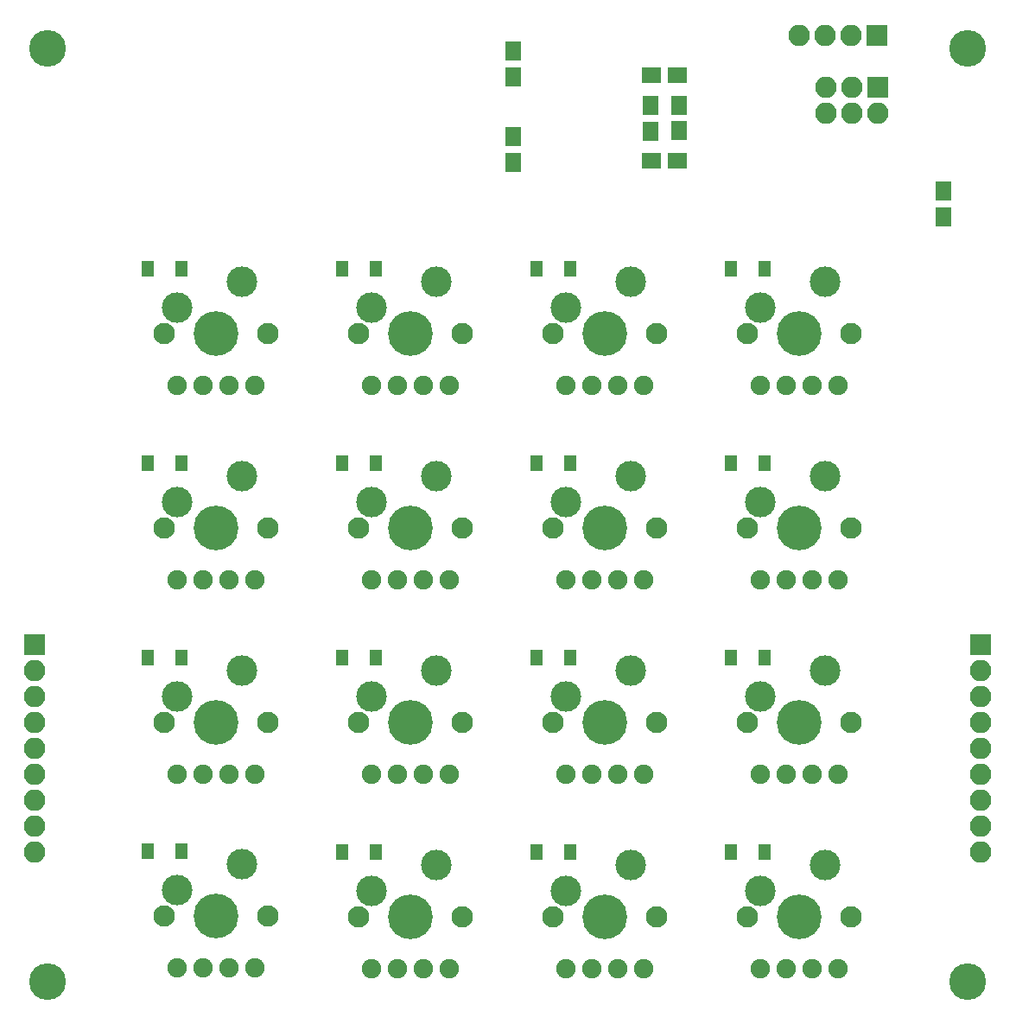
<source format=gbr>
G04 #@! TF.FileFunction,Soldermask,Bot*
%FSLAX46Y46*%
G04 Gerber Fmt 4.6, Leading zero omitted, Abs format (unit mm)*
G04 Created by KiCad (PCBNEW 4.0.6) date 2018 January 05, Friday 09:14:58*
%MOMM*%
%LPD*%
G01*
G04 APERTURE LIST*
%ADD10C,0.100000*%
%ADD11C,4.380180*%
%ADD12C,3.000000*%
%ADD13C,2.099260*%
%ADD14C,1.900000*%
%ADD15R,1.300000X1.600000*%
%ADD16C,3.600000*%
%ADD17R,1.650000X1.900000*%
%ADD18R,2.100000X2.100000*%
%ADD19O,2.100000X2.100000*%
%ADD20R,1.900000X1.650000*%
G04 APERTURE END LIST*
D10*
D11*
X91440000Y-90170000D03*
D12*
X93980000Y-85090000D03*
X87630000Y-87630000D03*
D13*
X86360000Y-90170000D03*
X96520000Y-90170000D03*
D11*
X129540000Y-109220000D03*
D12*
X132080000Y-104140000D03*
X125730000Y-106680000D03*
D13*
X124460000Y-109220000D03*
X134620000Y-109220000D03*
D11*
X129540000Y-71120000D03*
D12*
X132080000Y-66040000D03*
X125730000Y-68580000D03*
D13*
X124460000Y-71120000D03*
X134620000Y-71120000D03*
D14*
X95237300Y-133324600D03*
X87617300Y-133324600D03*
X92697300Y-133324600D03*
X90157300Y-133324600D03*
D15*
X87997300Y-121894600D03*
X84697300Y-121894600D03*
D11*
X91427300Y-128244600D03*
D12*
X93967300Y-123164600D03*
X87617300Y-125704600D03*
D13*
X86347300Y-128244600D03*
X96507300Y-128244600D03*
D16*
X74930000Y-43180000D03*
X74930000Y-134620000D03*
X165100000Y-134620000D03*
D14*
X95250000Y-114300000D03*
X87630000Y-114300000D03*
X92710000Y-114300000D03*
X90170000Y-114300000D03*
X95250000Y-95250000D03*
X87630000Y-95250000D03*
X92710000Y-95250000D03*
X90170000Y-95250000D03*
X95250000Y-76200000D03*
X87630000Y-76200000D03*
X92710000Y-76200000D03*
X90170000Y-76200000D03*
X114300000Y-133350000D03*
X106680000Y-133350000D03*
X111760000Y-133350000D03*
X109220000Y-133350000D03*
X114300000Y-114300000D03*
X106680000Y-114300000D03*
X111760000Y-114300000D03*
X109220000Y-114300000D03*
X114300000Y-95250000D03*
X106680000Y-95250000D03*
X111760000Y-95250000D03*
X109220000Y-95250000D03*
X114300000Y-76200000D03*
X106680000Y-76200000D03*
X111760000Y-76200000D03*
X109220000Y-76200000D03*
X133350000Y-133350000D03*
X125730000Y-133350000D03*
X130810000Y-133350000D03*
X128270000Y-133350000D03*
X133350000Y-114300000D03*
X125730000Y-114300000D03*
X130810000Y-114300000D03*
X128270000Y-114300000D03*
X133350000Y-95250000D03*
X125730000Y-95250000D03*
X130810000Y-95250000D03*
X128270000Y-95250000D03*
X133350000Y-76200000D03*
X125730000Y-76200000D03*
X130810000Y-76200000D03*
X128270000Y-76200000D03*
X152400000Y-133350000D03*
X144780000Y-133350000D03*
X149860000Y-133350000D03*
X147320000Y-133350000D03*
X152400000Y-114300000D03*
X144780000Y-114300000D03*
X149860000Y-114300000D03*
X147320000Y-114300000D03*
X152400000Y-95250000D03*
X144780000Y-95250000D03*
X149860000Y-95250000D03*
X147320000Y-95250000D03*
X152400000Y-76200000D03*
X144780000Y-76200000D03*
X149860000Y-76200000D03*
X147320000Y-76200000D03*
D15*
X88010000Y-102870000D03*
X84710000Y-102870000D03*
X88010000Y-83820000D03*
X84710000Y-83820000D03*
X88010000Y-64770000D03*
X84710000Y-64770000D03*
X107060000Y-121920000D03*
X103760000Y-121920000D03*
X107060000Y-102870000D03*
X103760000Y-102870000D03*
X107060000Y-83820000D03*
X103760000Y-83820000D03*
X107060000Y-64770000D03*
X103760000Y-64770000D03*
X126110000Y-121920000D03*
X122810000Y-121920000D03*
X126110000Y-102870000D03*
X122810000Y-102870000D03*
X126110000Y-83820000D03*
X122810000Y-83820000D03*
X126110000Y-64770000D03*
X122810000Y-64770000D03*
X145160000Y-121920000D03*
X141860000Y-121920000D03*
X145160000Y-102870000D03*
X141860000Y-102870000D03*
X145160000Y-83820000D03*
X141860000Y-83820000D03*
X145160000Y-64770000D03*
X141860000Y-64770000D03*
D11*
X91440000Y-109220000D03*
D12*
X93980000Y-104140000D03*
X87630000Y-106680000D03*
D13*
X86360000Y-109220000D03*
X96520000Y-109220000D03*
D11*
X91440000Y-71120000D03*
D12*
X93980000Y-66040000D03*
X87630000Y-68580000D03*
D13*
X86360000Y-71120000D03*
X96520000Y-71120000D03*
D11*
X110490000Y-128270000D03*
D12*
X113030000Y-123190000D03*
X106680000Y-125730000D03*
D13*
X105410000Y-128270000D03*
X115570000Y-128270000D03*
D11*
X110490000Y-109220000D03*
D12*
X113030000Y-104140000D03*
X106680000Y-106680000D03*
D13*
X105410000Y-109220000D03*
X115570000Y-109220000D03*
D11*
X110490000Y-90170000D03*
D12*
X113030000Y-85090000D03*
X106680000Y-87630000D03*
D13*
X105410000Y-90170000D03*
X115570000Y-90170000D03*
D11*
X110490000Y-71120000D03*
D12*
X113030000Y-66040000D03*
X106680000Y-68580000D03*
D13*
X105410000Y-71120000D03*
X115570000Y-71120000D03*
D11*
X129540000Y-128270000D03*
D12*
X132080000Y-123190000D03*
X125730000Y-125730000D03*
D13*
X124460000Y-128270000D03*
X134620000Y-128270000D03*
D11*
X129540000Y-90170000D03*
D12*
X132080000Y-85090000D03*
X125730000Y-87630000D03*
D13*
X124460000Y-90170000D03*
X134620000Y-90170000D03*
D11*
X148590000Y-128270000D03*
D12*
X151130000Y-123190000D03*
X144780000Y-125730000D03*
D13*
X143510000Y-128270000D03*
X153670000Y-128270000D03*
D11*
X148590000Y-109220000D03*
D12*
X151130000Y-104140000D03*
X144780000Y-106680000D03*
D13*
X143510000Y-109220000D03*
X153670000Y-109220000D03*
D11*
X148590000Y-90170000D03*
D12*
X151130000Y-85090000D03*
X144780000Y-87630000D03*
D13*
X143510000Y-90170000D03*
X153670000Y-90170000D03*
D11*
X148590000Y-71120000D03*
D12*
X151130000Y-66040000D03*
X144780000Y-68580000D03*
D13*
X143510000Y-71120000D03*
X153670000Y-71120000D03*
D16*
X165100000Y-43180000D03*
D17*
X162693519Y-57227179D03*
X162693519Y-59727179D03*
X120529519Y-54393179D03*
X120529519Y-51893179D03*
X120529519Y-46011179D03*
X120529519Y-43511179D03*
D18*
X166370000Y-101600000D03*
D19*
X166370000Y-104140000D03*
X166370000Y-106680000D03*
X166370000Y-109220000D03*
X166370000Y-111760000D03*
X166370000Y-114300000D03*
X166370000Y-116840000D03*
X166370000Y-119380000D03*
X166370000Y-121920000D03*
D18*
X73660000Y-101600000D03*
D19*
X73660000Y-104140000D03*
X73660000Y-106680000D03*
X73660000Y-109220000D03*
X73660000Y-111760000D03*
X73660000Y-114300000D03*
X73660000Y-116840000D03*
X73660000Y-119380000D03*
X73660000Y-121920000D03*
D18*
X156243282Y-47061420D03*
D19*
X156243282Y-49601420D03*
X153703282Y-47061420D03*
X153703282Y-49601420D03*
X151163282Y-47061420D03*
X151163282Y-49601420D03*
D18*
X156210000Y-41910000D03*
D19*
X153670000Y-41910000D03*
X151130000Y-41910000D03*
X148590000Y-41910000D03*
D20*
X136612000Y-45847000D03*
X134112000Y-45847000D03*
D17*
X136779000Y-51268000D03*
X136779000Y-48768000D03*
X133985000Y-48808000D03*
X133985000Y-51308000D03*
D20*
X134112000Y-54229000D03*
X136612000Y-54229000D03*
M02*

</source>
